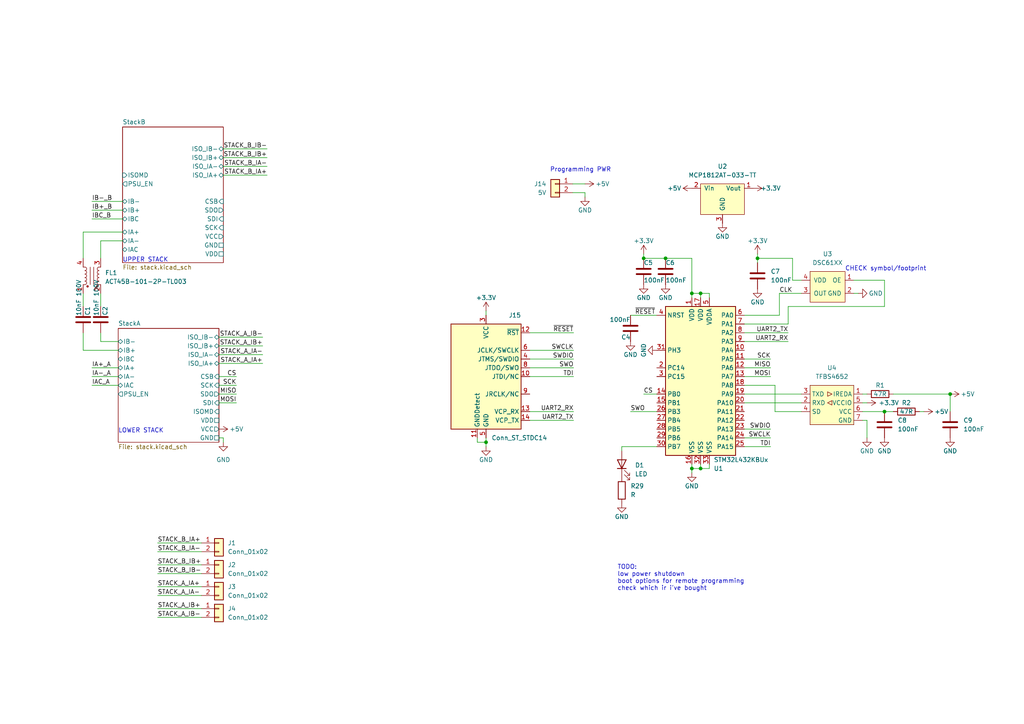
<source format=kicad_sch>
(kicad_sch (version 20211123) (generator eeschema)
  (paper "A4")
  (title_block (title "BMS Monitor") (date "2022-10-25") (company "E-Agle TRT") (comment 1 "Filippo Volpe"))
  (lib_symbols
    (symbol "Connector:Conn_ST_STDC14"
      (property "Reference" "J" (at -8.89 16.51 0))
      (property "Value" "Conn_ST_STDC14" (at 17.78 16.51 0))
      (symbol "Conn_ST_STDC14_0_1"
        (rectangle (start -10.16 15.24) (end 10.16 -15.24) (stroke (width 0.254)) (fill (type background)))
      )
      (symbol "Conn_ST_STDC14_1_1"
        (pin no_connect line (at -10.16 5.08 0) (length 2.54) hide (name "NC") (number "1"))
        (pin output line (at 12.7 0 180) (length 2.54) (name "JTDI/NC") (number "10"))
        (pin passive line (at -2.54 -17.78 90) (length 2.54) (name "GNDDetect") (number "11"))
        (pin open_collector line (at 12.7 12.7 180) (length 2.54) (name "~{RST}") (number "12"))
        (pin output line (at 12.7 -10.16 180) (length 2.54) (name "VCP_RX") (number "13"))
        (pin input line (at 12.7 -12.7 180) (length 2.54) (name "VCP_TX") (number "14"))
        (pin no_connect line (at -10.16 2.54 0) (length 2.54) hide (name "NC") (number "2"))
        (pin power_in line (at 0 17.78 270) (length 2.54) (name "VCC") (number "3"))
        (pin bidirectional line (at 12.7 5.08 180) (length 2.54) (name "JTMS/SWDIO") (number "4"))
        (pin power_in line (at 0 -17.78 90) (length 2.54) (name "GND") (number "5"))
        (pin output line (at 12.7 7.62 180) (length 2.54) (name "JCLK/SWCLK") (number "6"))
        (pin passive line (at 0 -17.78 90) (length 2.54) hide (name "GND") (number "7"))
        (pin input line (at 12.7 2.54 180) (length 2.54) (name "JTDO/SWO") (number "8"))
        (pin input line (at 12.7 -5.08 180) (length 2.54) (name "JRCLK/NC") (number "9"))
      )
    )
    (symbol "Connector_Generic:Conn_01x02" (pin_names (offset 1.016) hide)
      (property "Reference" "J" (at 0 2.54 0))
      (property "Value" "Conn_01x02" (at 0 -5.08 0))
      (symbol "Conn_01x02_1_1"
        (rectangle (start -1.27 -2.413) (end 0 -2.667) (stroke (width 0.1524)))
        (rectangle (start -1.27 0.127) (end 0 -0.127) (stroke (width 0.1524)))
        (rectangle (start -1.27 1.27) (end 1.27 -3.81) (stroke (width 0.254)) (fill (type background)))
        (pin passive line (at -5.08 0 0) (length 3.81) (name "Pin_1") (number "1"))
        (pin passive line (at -5.08 -2.54 0) (length 3.81) (name "Pin_2") (number "2"))
      )
    )
    (symbol "Device:C" (pin_numbers hide) (pin_names (offset 0.254))
      (property "Reference" "C" (at 0.635 2.54 0))
      (property "Value" "C" (at 0.635 -2.54 0))
      (symbol "C_0_1"
        (polyline (pts (xy -2.032 -0.762) (xy 2.032 -0.762)) (stroke (width 0.508)))
        (polyline (pts (xy -2.032 0.762) (xy 2.032 0.762)) (stroke (width 0.508)))
      )
      (symbol "C_1_1"
        (pin passive line (at 0 3.81 270) (length 2.794) (name "~") (number "1"))
        (pin passive line (at 0 -3.81 90) (length 2.794) (name "~") (number "2"))
      )
    )
    (symbol "Device:Filter_EMI_LL_1423" (pin_names hide)
      (property "Reference" "FL" (at 0 4.445 0))
      (property "Value" "Filter_EMI_LL_1423" (at 0 -4.445 0))
      (symbol "Filter_EMI_LL_1423_0_1"
        (circle (center -3.048 -1.27) (radius 0.254) (fill (type outline)))
        (circle (center -3.048 1.524) (radius 0.254) (fill (type outline)))
        (arc (start -2.54 2.032) (mid -2.032 1.524) (end -1.524 2.032))
        (arc (start -1.524 -2.032) (mid -2.032 -1.524) (end -2.54 -2.032))
        (arc (start -1.524 2.032) (mid -1.016 1.524) (end -0.508 2.032))
        (arc (start -0.508 -2.032) (mid -1.016 -1.524) (end -1.524 -2.032))
        (arc (start -0.508 2.032) (mid 0 1.524) (end 0.508 2.032))
        (polyline (pts (xy -2.54 -2.032) (xy -2.54 -2.54)))
        (polyline (pts (xy -2.54 0.508) (xy 2.54 0.508)))
        (polyline (pts (xy -2.54 2.032) (xy -2.54 2.54)))
        (polyline (pts (xy 2.54 -2.032) (xy 2.54 -2.54)))
        (polyline (pts (xy 2.54 -0.508) (xy -2.54 -0.508)))
        (polyline (pts (xy 2.54 2.54) (xy 2.54 2.032)))
        (arc (start 0.508 -2.032) (mid 0 -1.524) (end -0.508 -2.032))
        (arc (start 0.508 2.032) (mid 1.016 1.524) (end 1.524 2.032))
        (arc (start 1.524 -2.032) (mid 1.016 -1.524) (end 0.508 -2.032))
        (arc (start 1.524 2.032) (mid 2.032 1.524) (end 2.54 2.032))
        (arc (start 2.54 -2.032) (mid 2.032 -1.524) (end 1.524 -2.032))
      )
      (symbol "Filter_EMI_LL_1423_1_1"
        (pin passive line (at -5.08 -2.54 0) (length 2.54) (name "1") (number "1"))
        (pin passive line (at -5.08 2.54 0) (length 2.54) (name "2") (number "2"))
        (pin passive line (at 5.08 2.54 180) (length 2.54) (name "3") (number "3"))
        (pin passive line (at 5.08 -2.54 180) (length 2.54) (name "4") (number "4"))
      )
    )
    (symbol "Device:LED" (pin_numbers hide) (pin_names (offset 1.016) hide)
      (property "Reference" "D" (at 0 2.54 0))
      (property "Value" "LED" (at 0 -2.54 0))
      (symbol "LED_0_1"
        (polyline (pts (xy -1.27 -1.27) (xy -1.27 1.27)) (stroke (width 0.254)))
        (polyline (pts (xy -1.27 0) (xy 1.27 0)))
        (polyline (pts (xy 1.27 -1.27) (xy 1.27 1.27) (xy -1.27 0) (xy 1.27 -1.27)) (stroke (width 0.254)))
        (polyline (pts (xy -3.048 -0.762) (xy -4.572 -2.286) (xy -3.81 -2.286) (xy -4.572 -2.286) (xy -4.572 -1.524)))
        (polyline (pts (xy -1.778 -0.762) (xy -3.302 -2.286) (xy -2.54 -2.286) (xy -3.302 -2.286) (xy -3.302 -1.524)))
      )
      (symbol "LED_1_1"
        (pin passive line (at -3.81 0 0) (length 2.54) (name "K") (number "1"))
        (pin passive line (at 3.81 0 180) (length 2.54) (name "A") (number "2"))
      )
    )
    (symbol "Device:R" (pin_numbers hide) (pin_names (offset 0))
      (property "Reference" "R" (at 2.032 0 90))
      (property "Value" "R" (at 0 0 90))
      (symbol "R_0_1"
        (rectangle (start -1.016 -2.54) (end 1.016 2.54) (stroke (width 0.254)))
      )
      (symbol "R_1_1"
        (pin passive line (at 0 3.81 270) (length 1.27) (name "~") (number "1"))
        (pin passive line (at 0 -3.81 90) (length 1.27) (name "~") (number "2"))
      )
    )
    (symbol "Eagle_Main:DSC61XX" (pin_names (offset 1.016))
      (property "Reference" "U" (at -3.81 7.62 0))
      (property "Value" "DSC61XX" (at 0 5.08 0))
      (symbol "DSC61XX_0_1"
        (rectangle (start -5.08 3.81) (end 5.08 -5.08) (fill (type background)))
      )
      (symbol "DSC61XX_1_1"
        (pin input line (at -7.62 1.27 0) (length 2.54) (name "OE") (number "1"))
        (pin power_in line (at -7.62 -2.54 0) (length 2.54) (name "GND") (number "2"))
        (pin output line (at 7.62 -2.54 180) (length 2.54) (name "OUT") (number "3"))
        (pin power_in line (at 7.62 1.27 180) (length 2.54) (name "VDD") (number "4"))
      )
    )
    (symbol "Eagle_Main:MCP181X" (pin_names (offset 1.016))
      (property "Reference" "U" (at 0 7.62 0))
      (property "Value" "MCP181X" (at 0 5.715 0))
      (symbol "MCP181X_0_1"
        (rectangle (start -6.35 2.54) (end 6.35 -6.35) (fill (type background)))
      )
      (symbol "MCP181X_1_1"
        (pin tri_state line (at 8.89 1.27 180) (length 2.54) (name "Vout") (number "1"))
        (pin tri_state line (at -8.89 1.27 0) (length 2.54) (name "Vin") (number "2"))
        (pin tri_state line (at 0 -8.89 90) (length 2.54) (name "GND") (number "3"))
      )
    )
    (symbol "Eagle_Main:TFBS4652"
      (property "Reference" "U" (at -6.35 6.35 0))
      (property "Value" "TFBS4652" (at 1.27 6.35 0))
      (symbol "TFBS4652_0_1"
        (rectangle (start -6.35 5.08) (end 6.35 -6.35) (fill (type background)))
        (polyline (pts (xy -1.27 3.175) (xy 0 2.54)))
        (polyline (pts (xy 0 0.635) (xy -1.27 0)))
        (polyline (pts (xy -1.27 0) (xy 0 -0.635) (xy 0 0.635)))
        (polyline (pts (xy 0 2.54) (xy -1.27 1.905) (xy -1.27 3.175)))
      )
      (symbol "TFBS4652_1_1"
        (pin input line (at 8.89 2.54 180) (length 2.54) (name "IREDA") (number "1"))
        (pin output line (at -8.89 0 0) (length 2.54) (name "RXD") (number "2"))
        (pin input line (at -8.89 2.54 0) (length 2.54) (name "TXD") (number "3"))
        (pin input line (at -8.89 -2.54 0) (length 2.54) (name "SD") (number "4"))
        (pin power_in line (at 8.89 0 180) (length 2.54) (name "VCCIO") (number "5"))
        (pin power_in line (at 8.89 -2.54 180) (length 2.54) (name "VCC") (number "6"))
        (pin input line (at 8.89 -5.08 180) (length 2.54) (name "GND") (number "7"))
      )
    )
    (symbol "MCU_ST_STM32L4:STM32L432KBUx"
      (property "Reference" "U" (at -10.16 21.59 0))
      (property "Value" "STM32L432KBUx" (at 5.08 21.59 0))
      (symbol "STM32L432KBUx_0_1"
        (rectangle (start -10.16 -22.86) (end 10.16 20.32) (stroke (width 0.254)) (fill (type background)))
      )
      (symbol "STM32L432KBUx_1_1"
        (pin power_in line (at -2.54 22.86 270) (length 2.54) (name "VDD") (number "1"))
        (pin bidirectional line (at 12.7 7.62 180) (length 2.54) (name "PA4") (number "10"))
        (pin bidirectional line (at 12.7 5.08 180) (length 2.54) (name "PA5") (number "11"))
        (pin bidirectional line (at 12.7 2.54 180) (length 2.54) (name "PA6") (number "12"))
        (pin bidirectional line (at 12.7 0 180) (length 2.54) (name "PA7") (number "13"))
        (pin bidirectional line (at -12.7 -5.08 0) (length 2.54) (name "PB0") (number "14"))
        (pin bidirectional line (at -12.7 -7.62 0) (length 2.54) (name "PB1") (number "15"))
        (pin power_in line (at -2.54 -25.4 90) (length 2.54) (name "VSS") (number "16"))
        (pin power_in line (at 0 22.86 270) (length 2.54) (name "VDD") (number "17"))
        (pin bidirectional line (at 12.7 -2.54 180) (length 2.54) (name "PA8") (number "18"))
        (pin bidirectional line (at 12.7 -5.08 180) (length 2.54) (name "PA9") (number "19"))
        (pin bidirectional line (at -12.7 2.54 0) (length 2.54) (name "PC14") (number "2"))
        (pin bidirectional line (at 12.7 -7.62 180) (length 2.54) (name "PA10") (number "20"))
        (pin bidirectional line (at 12.7 -10.16 180) (length 2.54) (name "PA11") (number "21"))
        (pin bidirectional line (at 12.7 -12.7 180) (length 2.54) (name "PA12") (number "22"))
        (pin bidirectional line (at 12.7 -15.24 180) (length 2.54) (name "PA13") (number "23"))
        (pin bidirectional line (at 12.7 -17.78 180) (length 2.54) (name "PA14") (number "24"))
        (pin bidirectional line (at 12.7 -20.32 180) (length 2.54) (name "PA15") (number "25"))
        (pin bidirectional line (at -12.7 -10.16 0) (length 2.54) (name "PB3") (number "26"))
        (pin bidirectional line (at -12.7 -12.7 0) (length 2.54) (name "PB4") (number "27"))
        (pin bidirectional line (at -12.7 -15.24 0) (length 2.54) (name "PB5") (number "28"))
        (pin bidirectional line (at -12.7 -17.78 0) (length 2.54) (name "PB6") (number "29"))
        (pin bidirectional line (at -12.7 0 0) (length 2.54) (name "PC15") (number "3"))
        (pin bidirectional line (at -12.7 -20.32 0) (length 2.54) (name "PB7") (number "30"))
        (pin bidirectional line (at -12.7 7.62 0) (length 2.54) (name "PH3") (number "31"))
        (pin power_in line (at 0 -25.4 90) (length 2.54) (name "VSS") (number "32"))
        (pin power_in line (at 2.54 -25.4 90) (length 2.54) (name "VSS") (number "33"))
        (pin input line (at -12.7 17.78 0) (length 2.54) (name "NRST") (number "4"))
        (pin power_in line (at 2.54 22.86 270) (length 2.54) (name "VDDA") (number "5"))
        (pin bidirectional line (at 12.7 17.78 180) (length 2.54) (name "PA0") (number "6"))
        (pin bidirectional line (at 12.7 15.24 180) (length 2.54) (name "PA1") (number "7"))
        (pin bidirectional line (at 12.7 12.7 180) (length 2.54) (name "PA2") (number "8"))
        (pin bidirectional line (at 12.7 10.16 180) (length 2.54) (name "PA3") (number "9"))
      )
    )
    (symbol "power:+3.3V" (power) (pin_names (offset 0))
      (property "Value" "+3.3V" (at 0 3.556 0))
      (symbol "+3.3V_0_1"
        (polyline (pts (xy -0.762 1.27) (xy 0 2.54)))
        (polyline (pts (xy 0 0) (xy 0 2.54)))
        (polyline (pts (xy 0 2.54) (xy 0.762 1.27)))
      )
      (symbol "+3.3V_1_1"
        (pin power_in line (at 0 0 90) (length 0) hide (name "+3.3V") (number "1"))
      )
    )
    (symbol "power:+5V" (power) (pin_names (offset 0))
      (property "Value" "+5V" (at 0 3.556 0))
      (symbol "+5V_0_1"
        (polyline (pts (xy -0.762 1.27) (xy 0 2.54)))
        (polyline (pts (xy 0 0) (xy 0 2.54)))
        (polyline (pts (xy 0 2.54) (xy 0.762 1.27)))
      )
      (symbol "+5V_1_1"
        (pin power_in line (at 0 0 90) (length 0) hide (name "+5V") (number "1"))
      )
    )
    (symbol "power:GND" (power) (pin_names (offset 0))
      (property "Value" "GND" (at 0 -3.81 0))
      (symbol "GND_0_1"
        (polyline (pts (xy 0 0) (xy 0 -1.27) (xy 1.27 -1.27) (xy 0 -2.54) (xy -1.27 -1.27) (xy 0 -1.27)))
      )
      (symbol "GND_1_1"
        (pin power_in line (at 0 0 270) (length 0) hide (name "GND") (number "1"))
      )
    )
  )
  (junction (at 140.97 128.27))
  (junction (at 203.2 85.09))
  (junction (at 256.54 119.38))
  (junction (at 186.69 74.93))
  (junction (at 275.59 114.3))
  (junction (at 193.04 74.93))
  (junction (at 219.71 74.93))
  (junction (at 200.66 135.89))
  (junction (at 203.2 135.89))
  (junction (at 200.66 85.09))
  (wire (pts (xy 215.9 106.68) (xy 223.52 106.68)))
  (wire (pts (xy 153.67 96.52) (xy 166.37 96.52)))
  (wire (pts (xy 26.67 109.22) (xy 34.29 109.22)))
  (wire (pts (xy 138.43 128.27) (xy 140.97 128.27)))
  (wire (pts (xy 226.06 91.44) (xy 215.9 91.44)))
  (wire (pts (xy 250.19 119.38) (xy 256.54 119.38)))
  (wire (pts (xy 232.41 119.38) (xy 224.79 119.38)))
  (wire (pts (xy 64.77 128.27) (xy 64.77 127)))
  (wire (pts (xy 205.74 85.09) (xy 205.74 86.36)))
  (wire (pts (xy 45.72 179.07) (xy 58.42 179.07)))
  (wire (pts (xy 138.43 127) (xy 138.43 128.27)))
  (wire (pts (xy 200.66 135.89) (xy 200.66 137.16)))
  (wire (pts (xy 29.21 69.85) (xy 35.56 69.85)))
  (wire (pts (xy 256.54 119.38) (xy 259.08 119.38)))
  (wire (pts (xy 215.9 96.52) (xy 228.6 96.52)))
  (wire (pts (xy 29.21 74.93) (xy 29.21 69.85)))
  (wire (pts (xy 153.67 101.6) (xy 166.37 101.6)))
  (wire (pts (xy 182.88 91.44) (xy 190.5 91.44)))
  (wire (pts (xy 193.04 74.93) (xy 200.66 74.93)))
  (wire (pts (xy 180.34 129.54) (xy 190.5 129.54)))
  (wire (pts (xy 226.06 85.09) (xy 226.06 91.44)))
  (wire (pts (xy 76.2 100.33) (xy 63.5 100.33)))
  (wire (pts (xy 250.19 116.84) (xy 251.46 116.84)))
  (wire (pts (xy 45.72 170.18) (xy 58.42 170.18)))
  (wire (pts (xy 215.9 124.46) (xy 223.52 124.46)))
  (wire (pts (xy 200.66 74.93) (xy 200.66 85.09)))
  (wire (pts (xy 203.2 85.09) (xy 205.74 85.09)))
  (wire (pts (xy 153.67 121.92) (xy 166.37 121.92)))
  (wire (pts (xy 63.5 111.76) (xy 68.58 111.76)))
  (wire (pts (xy 45.72 172.72) (xy 58.42 172.72)))
  (wire (pts (xy 203.2 135.89) (xy 203.2 134.62)))
  (wire (pts (xy 45.72 163.83) (xy 58.42 163.83)))
  (wire (pts (xy 76.2 105.41) (xy 63.5 105.41)))
  (wire (pts (xy 228.6 93.98) (xy 215.9 93.98)))
  (wire (pts (xy 215.9 116.84) (xy 232.41 116.84)))
  (wire (pts (xy 76.2 102.87) (xy 63.5 102.87)))
  (wire (pts (xy 229.87 81.28) (xy 232.41 81.28)))
  (wire (pts (xy 228.6 88.9) (xy 228.6 93.98)))
  (wire (pts (xy 63.5 116.84) (xy 68.58 116.84)))
  (wire (pts (xy 29.21 85.09) (xy 29.21 88.9)))
  (wire (pts (xy 26.67 111.76) (xy 34.29 111.76)))
  (wire (pts (xy 153.67 104.14) (xy 166.37 104.14)))
  (wire (pts (xy 275.59 119.38) (xy 275.59 114.3)))
  (wire (pts (xy 24.13 67.31) (xy 24.13 74.93)))
  (wire (pts (xy 266.7 119.38) (xy 267.97 119.38)))
  (wire (pts (xy 251.46 121.92) (xy 251.46 127)))
  (wire (pts (xy 24.13 96.52) (xy 24.13 101.6)))
  (wire (pts (xy 45.72 160.02) (xy 58.42 160.02)))
  (wire (pts (xy 215.9 99.06) (xy 228.6 99.06)))
  (wire (pts (xy 77.47 43.18) (xy 64.77 43.18)))
  (wire (pts (xy 169.672 55.88) (xy 169.672 57.15)))
  (wire (pts (xy 186.69 74.93) (xy 193.04 74.93)))
  (wire (pts (xy 229.87 74.93) (xy 229.87 81.28)))
  (wire (pts (xy 166.116 53.34) (xy 169.672 53.34)))
  (wire (pts (xy 247.65 81.28) (xy 256.54 81.28)))
  (wire (pts (xy 24.13 85.09) (xy 24.13 88.9)))
  (wire (pts (xy 26.67 60.96) (xy 35.56 60.96)))
  (wire (pts (xy 256.54 88.9) (xy 228.6 88.9)))
  (wire (pts (xy 26.67 63.5) (xy 35.56 63.5)))
  (wire (pts (xy 153.67 106.68) (xy 166.37 106.68)))
  (wire (pts (xy 219.71 73.66) (xy 219.71 74.93)))
  (wire (pts (xy 224.79 111.76) (xy 215.9 111.76)))
  (wire (pts (xy 219.71 74.93) (xy 219.71 76.2)))
  (wire (pts (xy 35.56 67.31) (xy 24.13 67.31)))
  (wire (pts (xy 247.65 85.09) (xy 248.92 85.09)))
  (wire (pts (xy 200.66 134.62) (xy 200.66 135.89)))
  (wire (pts (xy 26.67 106.68) (xy 34.29 106.68)))
  (wire (pts (xy 200.66 85.09) (xy 203.2 85.09)))
  (wire (pts (xy 45.72 176.53) (xy 58.42 176.53)))
  (wire (pts (xy 275.59 114.3) (xy 259.08 114.3)))
  (wire (pts (xy 190.5 119.38) (xy 182.88 119.38)))
  (wire (pts (xy 232.41 85.09) (xy 226.06 85.09)))
  (wire (pts (xy 180.34 130.81) (xy 180.34 129.54)))
  (wire (pts (xy 215.9 114.3) (xy 232.41 114.3)))
  (wire (pts (xy 224.79 119.38) (xy 224.79 111.76)))
  (wire (pts (xy 186.69 73.66) (xy 186.69 74.93)))
  (wire (pts (xy 219.71 74.93) (xy 229.87 74.93)))
  (wire (pts (xy 45.72 157.48) (xy 58.42 157.48)))
  (wire (pts (xy 205.74 135.89) (xy 205.74 134.62)))
  (wire (pts (xy 215.9 127) (xy 223.52 127)))
  (wire (pts (xy 203.2 135.89) (xy 205.74 135.89)))
  (wire (pts (xy 215.9 104.14) (xy 223.52 104.14)))
  (wire (pts (xy 77.47 48.26) (xy 64.77 48.26)))
  (wire (pts (xy 63.5 109.22) (xy 68.58 109.22)))
  (wire (pts (xy 166.116 55.88) (xy 169.672 55.88)))
  (wire (pts (xy 250.19 114.3) (xy 251.46 114.3)))
  (wire (pts (xy 256.54 81.28) (xy 256.54 88.9)))
  (wire (pts (xy 64.77 127) (xy 63.5 127)))
  (wire (pts (xy 45.72 166.37) (xy 58.42 166.37)))
  (wire (pts (xy 200.66 85.09) (xy 200.66 86.36)))
  (wire (pts (xy 140.97 129.54) (xy 140.97 128.27)))
  (wire (pts (xy 203.2 85.09) (xy 203.2 86.36)))
  (wire (pts (xy 215.9 109.22) (xy 223.52 109.22)))
  (wire (pts (xy 77.47 50.8) (xy 64.77 50.8)))
  (wire (pts (xy 140.97 127) (xy 140.97 128.27)))
  (wire (pts (xy 26.67 58.42) (xy 35.56 58.42)))
  (wire (pts (xy 29.21 99.06) (xy 29.21 96.52)))
  (wire (pts (xy 140.97 90.17) (xy 140.97 91.44)))
  (wire (pts (xy 200.66 135.89) (xy 203.2 135.89)))
  (wire (pts (xy 153.67 109.22) (xy 166.37 109.22)))
  (wire (pts (xy 63.5 114.3) (xy 68.58 114.3)))
  (wire (pts (xy 76.2 97.79) (xy 63.5 97.79)))
  (wire (pts (xy 24.13 101.6) (xy 34.29 101.6)))
  (wire (pts (xy 153.67 119.38) (xy 166.37 119.38)))
  (wire (pts (xy 250.19 121.92) (xy 251.46 121.92)))
  (wire (pts (xy 215.9 129.54) (xy 223.52 129.54)))
  (wire (pts (xy 186.69 114.3) (xy 190.5 114.3)))
  (wire (pts (xy 34.29 99.06) (xy 29.21 99.06)))
  (wire (pts (xy 77.47 45.72) (xy 64.77 45.72)))
  (text "UPPER STACK" (at 35.56 76.2 0) (effects (font (size 1.27 1.27)) (justify left bottom)))
  (text "Programming PWR" (at 159.512 50.038 0) (effects (font (size 1.27 1.27)) (justify left bottom)))
  (text "LOWER STACK" (at 34.29 125.73 0) (effects (font (size 1.27 1.27)) (justify left bottom)))
  (text "CHECK symbol/footprint" (at 245.11 78.74 0) (effects (font (size 1.27 1.27)) (justify left bottom)))
  (text "TODO: \nlow power shutdown\nboot options for remote programming\ncheck which ir i've bought" (at 179.07 171.45 0) (effects (font (size 1.27 1.27)) (justify left bottom)))
  (label "STACK_A_IA+" (at 76.2 105.41 180))
  (label "STACK_A_IA+" (at 45.72 170.18 0))
  (label "STACK_B_IA+" (at 45.72 157.48 0))
  (label "MOSI" (at 223.52 109.22 180))
  (label "STACK_A_IB-" (at 76.2 97.79 180))
  (label "SCK" (at 223.52 104.14 180))
  (label "CLK" (at 226.06 85.09 0))
  (label "STACK_B_IA+" (at 77.47 50.8 180))
  (label "STACK_A_IA-" (at 45.72 172.72 0))
  (label "IA+_A" (at 26.67 106.68 0))
  (label "~{RESET}" (at 184.15 91.44 0))
  (label "MOSI" (at 68.58 116.84 180))
  (label "IB+_B" (at 26.67 60.96 0))
  (label "STACK_B_IB+" (at 45.72 163.83 0))
  (label "STACK_B_IB-" (at 77.47 43.18 180))
  (label "IBC_B" (at 26.67 63.5 0))
  (label "SWDIO" (at 166.37 104.14 180))
  (label "STACK_B_IA-" (at 45.72 160.02 0))
  (label "UART2_TX" (at 166.37 121.92 180))
  (label "STACK_A_IB-" (at 45.72 179.07 0))
  (label "STACK_B_IA-" (at 77.47 48.26 180))
  (label "STACK_A_IA-" (at 76.2 102.87 180))
  (label "UART2_RX" (at 166.37 119.38 180))
  (label "STACK_B_IB+" (at 77.47 45.72 180))
  (label "~{RESET}" (at 166.37 96.52 180))
  (label "IB-_B" (at 26.67 58.42 0))
  (label "STACK_A_IB+" (at 76.2 100.33 180))
  (label "STACK_B_IB-" (at 45.72 166.37 0))
  (label "MISO" (at 223.52 106.68 180))
  (label "SWDIO" (at 223.52 124.46 180))
  (label "SWO" (at 182.88 119.38 0))
  (label "TDI" (at 166.37 109.22 180))
  (label "STACK_A_IB+" (at 45.72 176.53 0))
  (label "CS" (at 186.69 114.3 0))
  (label "CS" (at 68.58 109.22 180))
  (label "SWCLK" (at 223.52 127 180))
  (label "SWO" (at 166.37 106.68 180))
  (label "SWCLK" (at 166.37 101.6 180))
  (label "MISO" (at 68.58 114.3 180))
  (label "UART2_RX" (at 228.6 99.06 180))
  (label "SCK" (at 68.58 111.76 180))
  (label "IAC_A" (at 26.67 111.76 0))
  (label "TDI" (at 223.52 129.54 180))
  (label "IA-_A" (at 26.67 109.22 0))
  (label "UART2_TX" (at 228.6 96.52 180))
  (symbol (lib_id "Device:C") (at 182.88 95.25 180) (unit 1)
    (property "Reference" "C4" (at 182.88 97.79 0) (effects (justify left)))
    (property "Value" "100nF" (at 182.88 92.71 0) (effects (justify left)))
    (property "Footprint" "Capacitor_SMD:C_0603_1608Metric" (effects hide))
  )
  (symbol (lib_id "Device:LED") (at 180.34 134.62 90) (unit 1)
    (property "Reference" "D1" (at 184.15 134.9374 90) (effects (justify right)))
    (property "Value" "LED" (at 184.15 137.4774 90) (effects (justify right)))
    (property "Footprint" "LED_SMD:LED_0603_1608Metric" (effects hide))
  )
  (symbol (lib_id "power:GND") (at 248.92 85.09 90) (unit 1)
    (property "Reference" "#PWR010" (effects hide))
    (property "Value" "GND" (at 254 85.09 90))
  )
  (symbol (lib_id "power:+5V") (at 169.672 53.34 270) (mirror x) (unit 1)
    (property "Reference" "#PWR04" (effects hide))
    (property "Value" "+5V" (at 174.752 53.34 90))
  )
  (symbol (lib_id "Device:C") (at 24.13 92.71 180) (unit 1)
    (property "Reference" "C1" (at 25.4 90.17 90))
    (property "Value" "10nF 100V" (at 22.86 86.36 90))
    (property "Footprint" "Capacitor_SMD:C_1210_3225Metric" (effects hide))
  )
  (symbol (lib_id "power:GND") (at 275.59 127 0) (unit 1)
    (property "Reference" "#PWR016" (effects hide))
    (property "Value" "GND" (at 275.59 130.81 0))
  )
  (symbol (lib_id "power:GND") (at 219.71 83.82 0) (unit 1)
    (property "Reference" "#PWR09" (effects hide))
    (property "Value" "GND" (at 219.71 87.63 0))
  )
  (symbol (lib_id "Connector_Generic:Conn_01x02") (at 161.036 53.34 0) (mirror y) (unit 1)
    (property "Reference" "J14" (at 158.496 53.3399 0) (effects (justify left)))
    (property "Value" "5V" (at 158.496 55.8799 0) (effects (justify left)))
    (property "Footprint" "Connector_PinHeader_2.54mm:PinHeader_1x02_P2.54mm_Vertical" (effects hide))
  )
  (symbol (lib_id "power:+3.3V") (at 186.69 73.66 0) (unit 1)
    (property "Reference" "#PWR02" (effects hide))
    (property "Value" "+3.3V" (at 186.69 69.85 0))
  )
  (symbol (lib_id "power:GND") (at 256.54 127 0) (unit 1)
    (property "Reference" "#PWR013" (effects hide))
    (property "Value" "GND" (at 256.54 130.81 0))
  )
  (symbol (lib_id "Device:C") (at 275.59 123.19 0) (unit 1)
    (property "Reference" "C9" (at 279.4 121.9199 0) (effects (justify left)))
    (property "Value" "100nF" (at 279.4 124.4599 0) (effects (justify left)))
    (property "Footprint" "Capacitor_SMD:C_0603_1608Metric" (effects hide))
  )
  (symbol (lib_id "Device:C") (at 186.69 78.74 0) (unit 1)
    (property "Reference" "C5" (at 186.69 76.2 0) (effects (justify left)))
    (property "Value" "100nF" (at 186.69 81.28 0) (effects (justify left)))
    (property "Footprint" "Capacitor_SMD:C_0603_1608Metric" (effects hide))
  )
  (symbol (lib_id "power:GND") (at 200.66 137.16 0) (unit 1)
    (property "Reference" "#PWR07" (effects hide))
    (property "Value" "GND" (at 200.66 140.97 0))
  )
  (symbol (lib_id "power:+3.3V") (at 219.71 73.66 0) (unit 1)
    (property "Reference" "#PWR08" (effects hide))
    (property "Value" "+3.3V" (at 219.71 69.85 0))
  )
  (symbol (lib_id "power:+3.3V") (at 140.97 90.17 0) (unit 1)
    (property "Reference" "#PWR0109" (effects hide))
    (property "Value" "+3.3V" (at 140.97 86.36 0))
  )
  (symbol (lib_id "Device:R") (at 255.27 114.3 90) (unit 1)
    (property "Reference" "R1" (at 255.27 111.76 90))
    (property "Value" "47R" (at 255.27 114.3 90))
    (property "Footprint" "Resistor_SMD:R_0603_1608Metric" (effects hide))
  )
  (symbol (lib_id "power:GND") (at 209.55 64.77 0) (unit 1)
    (property "Reference" "#PWR0102" (effects hide))
    (property "Value" "GND" (at 209.55 68.58 0))
  )
  (symbol (lib_id "Device:R") (at 262.89 119.38 90) (unit 1)
    (property "Reference" "R2" (at 262.89 116.84 90))
    (property "Value" "47R" (at 262.89 119.38 90))
    (property "Footprint" "Resistor_SMD:R_0603_1608Metric" (effects hide))
  )
  (symbol (lib_id "Connector_Generic:Conn_01x02") (at 63.5 163.83 0) (unit 1)
    (property "Reference" "J2" (at 66.04 163.8299 0) (effects (justify left)))
    (property "Value" "Conn_01x02" (at 66.04 166.3699 0) (effects (justify left)))
    (property "Footprint" "Connector_Molex:Molex_Micro-Fit_3.0_43650-0215_1x02_P3.00mm_Vertical" (effects hide))
  )
  (symbol (lib_id "Connector_Generic:Conn_01x02") (at 63.5 170.18 0) (unit 1)
    (property "Reference" "J3" (at 66.04 170.1799 0) (effects (justify left)))
    (property "Value" "Conn_01x02" (at 66.04 172.7199 0) (effects (justify left)))
    (property "Footprint" "Connector_Molex:Molex_Micro-Fit_3.0_43650-0215_1x02_P3.00mm_Vertical" (effects hide))
  )
  (symbol (lib_id "power:+5V") (at 267.97 119.38 270) (unit 1)
    (property "Reference" "#PWR014" (effects hide))
    (property "Value" "+5V" (at 273.05 119.38 90))
  )
  (symbol (lib_id "Device:C") (at 193.04 78.74 0) (unit 1)
    (property "Reference" "C6" (at 193.04 76.2 0) (effects (justify left)))
    (property "Value" "100nF" (at 193.04 81.28 0) (effects (justify left)))
    (property "Footprint" "Capacitor_SMD:C_0603_1608Metric" (effects hide))
  )
  (symbol (lib_id "Eagle_Main:TFBS4652") (at 241.3 116.84 0) (unit 1)
    (property "Reference" "U4" (at 241.3 106.68 0))
    (property "Value" "TFBS4652" (at 241.3 109.22 0))
    (property "Footprint" "Eagle_Main:TFBS4652" (effects hide))
  )
  (symbol (lib_id "Device:C") (at 219.71 80.01 0) (unit 1)
    (property "Reference" "C7" (at 223.52 78.7399 0) (effects (justify left)))
    (property "Value" "100nF" (at 223.52 81.2799 0) (effects (justify left)))
    (property "Footprint" "Capacitor_SMD:C_0603_1608Metric" (effects hide))
  )
  (symbol (lib_id "Connector:Conn_ST_STDC14") (at 140.97 109.22 0) (unit 1)
    (property "Reference" "J15" (at 151.13 91.44 0) (effects (justify right)))
    (property "Value" "Conn_ST_STDC14" (at 158.75 127 0) (effects (justify right)))
    (property "Footprint" "lib:SAMTEC_FTSH-107-01-L-DV-K-TR" (effects hide))
    (property "Datasheet" "https://www.st.com/content/ccc/resource/technical/document/user_manual/group1/99/49/91/b6/b2/3a/46/e5/DM00526767/files/DM00526767.pdf/jcr:content/translations/en.DM00526767.pdf" (effects hide))
  )
  (symbol (lib_id "Eagle_Main:MCP181X") (at 209.55 55.88 0) (unit 1)
    (property "Reference" "U2" (at 209.55 48.26 0))
    (property "Value" "MCP1812AT-033-TT" (at 209.55 50.8 0))
    (property "Footprint" "Package_TO_SOT_SMD:SOT-23" (effects hide))
    (property "Datasheet" "https://www.mouser.it/datasheet/2/268/MCP1811A-11B-12A-12B-Family-Data-Sheet-DS20006088A-1488740.pdf" (effects hide))
  )
  (symbol (lib_id "power:GND") (at 186.69 82.55 0) (unit 1)
    (property "Reference" "#PWR05" (effects hide))
    (property "Value" "GND" (at 186.69 86.36 0))
  )
  (symbol (lib_id "Device:R") (at 180.34 142.24 0) (unit 1)
    (property "Reference" "R29" (at 182.88 140.9699 0) (effects (justify left)))
    (property "Value" "R" (at 182.88 143.5099 0) (effects (justify left)))
    (property "Footprint" "Resistor_SMD:R_0603_1608Metric" (effects hide))
  )
  (symbol (lib_id "power:GND") (at 169.672 57.15 0) (mirror y) (unit 1)
    (property "Reference" "#PWR017" (effects hide))
    (property "Value" "GND" (at 169.672 60.96 0))
  )
  (symbol (lib_id "power:+5V") (at 63.5 124.46 270) (unit 1)
    (property "Reference" "#PWR0104" (effects hide))
    (property "Value" "+5V" (at 68.58 124.46 90))
  )
  (symbol (lib_id "power:GND") (at 64.77 128.27 0) (unit 1)
    (property "Reference" "#PWR01" (effects hide))
    (property "Value" "GND" (at 64.77 133.35 0))
  )
  (symbol (lib_id "power:GND") (at 180.34 146.05 0) (unit 1)
    (property "Reference" "#PWR0107" (effects hide))
    (property "Value" "GND" (at 180.34 149.86 0))
  )
  (symbol (lib_id "power:GND") (at 251.46 127 0) (unit 1)
    (property "Reference" "#PWR012" (effects hide))
    (property "Value" "GND" (at 251.46 130.81 0))
  )
  (symbol (lib_id "Connector_Generic:Conn_01x02") (at 63.5 176.53 0) (unit 1)
    (property "Reference" "J4" (at 66.04 176.5299 0) (effects (justify left)))
    (property "Value" "Conn_01x02" (at 66.04 179.0699 0) (effects (justify left)))
    (property "Footprint" "Connector_Molex:Molex_Micro-Fit_3.0_43650-0215_1x02_P3.00mm_Vertical" (effects hide))
  )
  (symbol (lib_id "MCU_ST_STM32L4:STM32L432KBUx") (at 203.2 109.22 0) (unit 1)
    (property "Reference" "U1" (at 207.01 135.89 0) (effects (justify left)))
    (property "Value" "STM32L432KBUx" (at 207.01 133.35 0) (effects (justify left)))
    (property "Footprint" "Package_DFN_QFN:QFN-32-1EP_5x5mm_P0.5mm_EP3.45x3.45mm" (effects hide))
    (property "Datasheet" "http://www.st.com/st-web-ui/static/active/en/resource/technical/document/datasheet/DM00257205.pdf" (effects hide))
  )
  (symbol (lib_id "Device:C") (at 29.21 92.71 180) (unit 1)
    (property "Reference" "C2" (at 30.48 90.17 90))
    (property "Value" "10nF 100V" (at 27.94 86.36 90))
    (property "Footprint" "Capacitor_SMD:C_1210_3225Metric" (effects hide))
  )
  (symbol (lib_id "power:GND") (at 182.88 99.06 0) (unit 1)
    (property "Reference" "#PWR03" (effects hide))
    (property "Value" "GND" (at 182.88 102.87 0))
  )
  (symbol (lib_id "power:+3.3V") (at 218.44 54.61 270) (unit 1)
    (property "Reference" "#PWR0103" (effects hide))
    (property "Value" "+3.3V" (at 223.52 54.61 90))
  )
  (symbol (lib_id "Device:Filter_EMI_LL_1423") (at 26.67 80.01 270) (mirror x) (unit 1)
    (property "Reference" "FL1" (at 30.48 79.1209 90) (effects (justify left)))
    (property "Value" "ACT45B-101-2P-TL003" (at 30.48 81.6609 90) (effects (justify left)))
    (property "Footprint" "Eagle_Main:ACT45B-xxx-2P-TL003" (effects hide))
  )
  (symbol (lib_id "power:+3.3V") (at 251.46 116.84 270) (unit 1)
    (property "Reference" "#PWR011" (effects hide))
    (property "Value" "+3.3V" (at 257.81 116.84 90))
  )
  (symbol (lib_id "Device:C") (at 256.54 123.19 0) (unit 1)
    (property "Reference" "C8" (at 260.35 121.9199 0) (effects (justify left)))
    (property "Value" "100nF" (at 260.35 124.4599 0) (effects (justify left)))
    (property "Footprint" "Capacitor_SMD:C_0603_1608Metric" (effects hide))
  )
  (symbol (lib_id "power:GND") (at 190.5 101.6 270) (unit 1)
    (property "Reference" "#PWR0108" (effects hide))
    (property "Value" "GND" (at 186.69 101.6 0))
  )
  (symbol (lib_id "power:GND") (at 193.04 82.55 0) (unit 1)
    (property "Reference" "#PWR06" (effects hide))
    (property "Value" "GND" (at 193.04 86.36 0))
  )
  (symbol (lib_id "power:GND") (at 140.97 129.54 0) (unit 1)
    (property "Reference" "#PWR0110" (effects hide))
    (property "Value" "GND" (at 140.97 133.35 0))
  )
  (symbol (lib_id "Connector_Generic:Conn_01x02") (at 63.5 157.48 0) (unit 1)
    (property "Reference" "J1" (at 66.04 157.4799 0) (effects (justify left)))
    (property "Value" "Conn_01x02" (at 66.04 160.0199 0) (effects (justify left)))
    (property "Footprint" "Connector_Molex:Molex_Micro-Fit_3.0_43650-0215_1x02_P3.00mm_Vertical" (effects hide))
  )
  (symbol (lib_id "power:+5V") (at 275.59 114.3 270) (unit 1)
    (property "Reference" "#PWR015" (effects hide))
    (property "Value" "+5V" (at 280.67 114.3 90))
  )
  (symbol (lib_id "Eagle_Main:DSC61XX") (at 240.03 82.55 0) (mirror y) (unit 1)
    (property "Reference" "U3" (at 240.03 73.66 0))
    (property "Value" "DSC61XX" (at 240.03 76.2 0))
    (property "Footprint" "Package_LGA:VLGA-4_2x2.5mm_P1.65mm" (effects hide))
  )
  (symbol (lib_id "power:+5V") (at 200.66 54.61 90) (unit 1)
    (property "Reference" "#PWR0101" (effects hide))
    (property "Value" "+5V" (at 195.58 54.61 90))
  )
  (sheet (at 35.56 36.83) (size 29.21 39.37) (stroke (width 0.1524))
    (property "Sheet name" "StackB" (at 35.56 36.1184 0) (effects (justify left bottom)))
    (property "Sheet file" "stack.kicad_sch" (at 35.56 76.7846 0) (effects (justify left top)))
    (pin "VDD" passive (at 64.77 73.66 0))
    (pin "GND" passive (at 64.77 71.12 0))
    (pin "SDI" input (at 64.77 63.5 0))
    (pin "SDO" output (at 64.77 60.96 0))
    (pin "CSB" input (at 64.77 58.42 0))
    (pin "SCK" input (at 64.77 66.04 0))
    (pin "ISO_IA+" bidirectional (at 64.77 50.8 0))
    (pin "ISO_IB-" bidirectional (at 64.77 43.18 0))
    (pin "ISO_IB+" bidirectional (at 64.77 45.72 0))
    (pin "ISO_IA-" bidirectional (at 64.77 48.26 0))
    (pin "IB+" bidirectional (at 35.56 60.96 180))
    (pin "IB-" bidirectional (at 35.56 58.42 180))
    (pin "IA+" bidirectional (at 35.56 67.31 180))
    (pin "IA-" bidirectional (at 35.56 69.85 180))
    (pin "ISOMD" input (at 35.56 50.8 180))
    (pin "PSU_EN" output (at 35.56 53.34 180))
    (pin "IAC" bidirectional (at 35.56 72.39 180))
    (pin "IBC" bidirectional (at 35.56 63.5 180))
    (pin "VCC" output (at 64.77 68.58 0))
  )
  (sheet (at 34.29 95.25) (size 29.21 33.02) (stroke (width 0.1524))
    (property "Sheet name" "StackA" (at 34.29 94.5384 0) (effects (justify left bottom)))
    (property "Sheet file" "stack.kicad_sch" (at 34.29 128.8546 0) (effects (justify left top)))
    (pin "VDD" passive (at 63.5 121.92 0))
    (pin "GND" passive (at 63.5 127 0))
    (pin "SDI" input (at 63.5 116.84 0))
    (pin "SDO" output (at 63.5 114.3 0))
    (pin "CSB" input (at 63.5 109.22 0))
    (pin "SCK" input (at 63.5 111.76 0))
    (pin "ISO_IA+" bidirectional (at 63.5 105.41 0))
    (pin "ISO_IB-" bidirectional (at 63.5 97.79 0))
    (pin "ISO_IB+" bidirectional (at 63.5 100.33 0))
    (pin "ISO_IA-" bidirectional (at 63.5 102.87 0))
    (pin "IB+" bidirectional (at 34.29 101.6 180))
    (pin "IB-" bidirectional (at 34.29 99.06 180))
    (pin "IA+" bidirectional (at 34.29 106.68 180))
    (pin "IA-" bidirectional (at 34.29 109.22 180))
    (pin "ISOMD" input (at 63.5 119.38 0))
    (pin "PSU_EN" output (at 34.29 114.3 180))
    (pin "IAC" bidirectional (at 34.29 111.76 180))
    (pin "IBC" bidirectional (at 34.29 104.14 180))
    (pin "VCC" output (at 63.5 124.46 0))
  )
)
</source>
